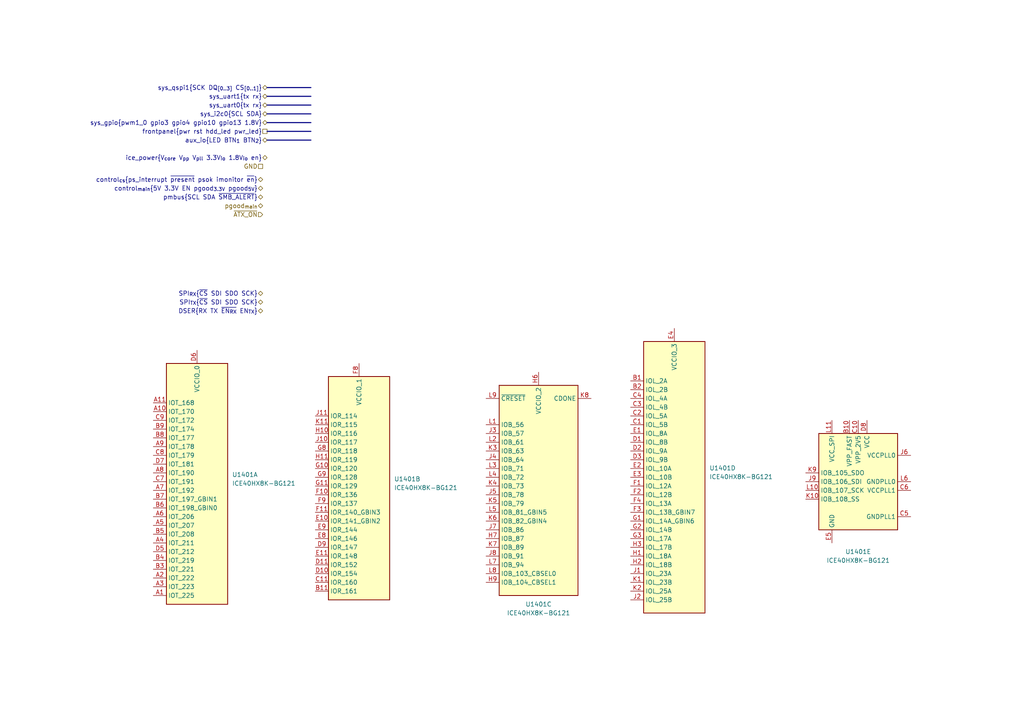
<source format=kicad_sch>
(kicad_sch (version 20210406) (generator eeschema)
  (paper "A4")
  (lib_symbols
    (symbol "proj_sym:ICE40HX8K-BG121"
      (property "Reference" "U" (at 2.54 44.45 0))
      (property "Value" "ICE40HX8K-BG121" (at 10.16 41.91 0))
      (symbol "ICE40HX8K-BG121_1_1"
        (rectangle (start -8.89 31.75) (end 8.89 -38.1) (stroke (width 0.254)) (fill (type background)))
        (pin bidirectional line (at -12.7 -35.56 0) (length 3.81) (name "IOT_225") (number "A1"))
        (pin bidirectional line (at -12.7 17.78 0) (length 3.81) (name "IOT_170") (number "A10"))
        (pin bidirectional line (at -12.7 20.32 0) (length 3.81) (name "IOT_168") (number "A11"))
        (pin bidirectional line (at -12.7 -30.48 0) (length 3.81) (name "IOT_222") (number "A2"))
        (pin bidirectional line (at -12.7 -33.02 0) (length 3.81) (name "IOT_223") (number "A3"))
        (pin bidirectional line (at -12.7 -20.32 0) (length 3.81) (name "IOT_211") (number "A4"))
        (pin bidirectional line (at -12.7 -15.24 0) (length 3.81) (name "IOT_207") (number "A5"))
        (pin bidirectional line (at -12.7 -12.7 0) (length 3.81) (name "IOT_206") (number "A6"))
        (pin bidirectional line (at -12.7 -5.08 0) (length 3.81) (name "IOT_192") (number "A7"))
        (pin bidirectional line (at -12.7 0 0) (length 3.81) (name "IOT_190") (number "A8"))
        (pin bidirectional line (at -12.7 7.62 0) (length 3.81) (name "IOT_178") (number "A9"))
        (pin bidirectional line (at -12.7 -27.94 0) (length 3.81) (name "IOT_221") (number "B3"))
        (pin bidirectional line (at -12.7 -25.4 0) (length 3.81) (name "IOT_219") (number "B4"))
        (pin bidirectional line (at -12.7 -17.78 0) (length 3.81) (name "IOT_208") (number "B5"))
        (pin bidirectional line (at -12.7 -10.16 0) (length 3.81) (name "IOT_198_GBIN0") (number "B6"))
        (pin bidirectional line (at -12.7 -7.62 0) (length 3.81) (name "IOT_197_GBIN1") (number "B7"))
        (pin bidirectional line (at -12.7 10.16 0) (length 3.81) (name "IOT_177") (number "B8"))
        (pin bidirectional line (at -12.7 12.7 0) (length 3.81) (name "IOT_174") (number "B9"))
        (pin bidirectional line (at -12.7 -2.54 0) (length 3.81) (name "IOT_191") (number "C7"))
        (pin bidirectional line (at -12.7 5.08 0) (length 3.81) (name "IOT_179") (number "C8"))
        (pin bidirectional line (at -12.7 15.24 0) (length 3.81) (name "IOT_172") (number "C9"))
        (pin bidirectional line (at -12.7 -22.86 0) (length 3.81) (name "IOT_212") (number "D5"))
        (pin power_in line (at 0 35.56 270) (length 3.81) (name "VCCIO_0") (number "D6"))
        (pin bidirectional line (at -12.7 2.54 0) (length 3.81) (name "IOT_181") (number "D7"))
      )
      (symbol "ICE40HX8K-BG121_2_1"
        (rectangle (start -8.89 31.75) (end 8.89 -33.02) (stroke (width 0.254)) (fill (type background)))
        (pin bidirectional line (at -12.7 -30.48 0) (length 3.81) (name "IOR_161") (number "B11"))
        (pin bidirectional line (at -12.7 -27.94 0) (length 3.81) (name "IOR_160") (number "C11"))
        (pin bidirectional line (at -12.7 -25.4 0) (length 3.81) (name "IOR_154") (number "D10"))
        (pin bidirectional line (at -12.7 -22.86 0) (length 3.81) (name "IOR_152") (number "D11"))
        (pin bidirectional line (at -12.7 -17.78 0) (length 3.81) (name "IOR_147") (number "D9"))
        (pin bidirectional line (at -12.7 -10.16 0) (length 3.81) (name "IOR_141_GBIN2") (number "E10"))
        (pin bidirectional line (at -12.7 -20.32 0) (length 3.81) (name "IOR_148") (number "E11"))
        (pin bidirectional line (at -12.7 -15.24 0) (length 3.81) (name "IOR_146") (number "E8"))
        (pin bidirectional line (at -12.7 -12.7 0) (length 3.81) (name "IOR_144") (number "E9"))
        (pin bidirectional line (at -12.7 -2.54 0) (length 3.81) (name "IOR_136") (number "F10"))
        (pin bidirectional line (at -12.7 -7.62 0) (length 3.81) (name "IOR_140_GBIN3") (number "F11"))
        (pin power_in line (at 0 35.56 270) (length 3.81) (name "VCCIO_1") (number "F8"))
        (pin bidirectional line (at -12.7 -5.08 0) (length 3.81) (name "IOR_137") (number "F9"))
        (pin bidirectional line (at -12.7 5.08 0) (length 3.81) (name "IOR_120") (number "G10"))
        (pin bidirectional line (at -12.7 0 0) (length 3.81) (name "IOR_129") (number "G11"))
        (pin bidirectional line (at -12.7 10.16 0) (length 3.81) (name "IOR_118") (number "G8"))
        (pin bidirectional line (at -12.7 2.54 0) (length 3.81) (name "IOR_128") (number "G9"))
        (pin bidirectional line (at -12.7 15.24 0) (length 3.81) (name "IOR_116") (number "H10"))
        (pin bidirectional line (at -12.7 7.62 0) (length 3.81) (name "IOR_119") (number "H11"))
        (pin bidirectional line (at -12.7 12.7 0) (length 3.81) (name "IOR_117") (number "J10"))
        (pin bidirectional line (at -12.7 20.32 0) (length 3.81) (name "IOR_114") (number "J11"))
        (pin bidirectional line (at -12.7 17.78 0) (length 3.81) (name "IOR_115") (number "K11"))
      )
      (symbol "ICE40HX8K-BG121_3_1"
        (rectangle (start -11.43 29.21) (end 11.43 -31.75) (stroke (width 0.254)) (fill (type background)))
        (pin power_in line (at 0 33.02 270) (length 3.81) (name "VCCIO_2") (number "H6"))
        (pin bidirectional line (at -15.24 -15.24 0) (length 3.81) (name "IOB_87") (number "H7"))
        (pin bidirectional line (at -15.24 -27.94 0) (length 3.81) (name "IOB_104_CBSEL1") (number "H9"))
        (pin bidirectional line (at -15.24 15.24 0) (length 3.81) (name "IOB_57") (number "J3"))
        (pin bidirectional line (at -15.24 7.62 0) (length 3.81) (name "IOB_64") (number "J4"))
        (pin bidirectional line (at -15.24 -2.54 0) (length 3.81) (name "IOB_78") (number "J5"))
        (pin bidirectional line (at -15.24 -12.7 0) (length 3.81) (name "IOB_86") (number "J7"))
        (pin bidirectional line (at -15.24 -20.32 0) (length 3.81) (name "IOB_91") (number "J8"))
        (pin bidirectional line (at -15.24 10.16 0) (length 3.81) (name "IOB_63") (number "K3"))
        (pin bidirectional line (at -15.24 0 0) (length 3.81) (name "IOB_73") (number "K4"))
        (pin bidirectional line (at -15.24 -5.08 0) (length 3.81) (name "IOB_79") (number "K5"))
        (pin bidirectional line (at -15.24 -10.16 0) (length 3.81) (name "IOB_82_GBIN4") (number "K6"))
        (pin bidirectional line (at -15.24 -17.78 0) (length 3.81) (name "IOB_89") (number "K7"))
        (pin open_collector line (at 15.24 25.4 180) (length 3.81) (name "CDONE") (number "K8"))
        (pin bidirectional line (at -15.24 17.78 0) (length 3.81) (name "IOB_56") (number "L1"))
        (pin bidirectional line (at -15.24 12.7 0) (length 3.81) (name "IOB_61") (number "L2"))
        (pin bidirectional line (at -15.24 5.08 0) (length 3.81) (name "IOB_71") (number "L3"))
        (pin bidirectional line (at -15.24 2.54 0) (length 3.81) (name "IOB_72") (number "L4"))
        (pin bidirectional line (at -15.24 -7.62 0) (length 3.81) (name "IOB_81_GBIN5") (number "L5"))
        (pin bidirectional line (at -15.24 -22.86 0) (length 3.81) (name "IOB_94") (number "L7"))
        (pin bidirectional line (at -15.24 -25.4 0) (length 3.81) (name "IOB_103_CBSEL0") (number "L8"))
        (pin input line (at -15.24 25.4 0) (length 3.81) (name "~CRESET") (number "L9"))
      )
      (symbol "ICE40HX8K-BG121_4_1"
        (rectangle (start -8.89 39.37) (end 8.89 -39.37) (stroke (width 0.254)) (fill (type background)))
        (pin bidirectional line (at -12.7 27.94 0) (length 3.81) (name "IOL_2A") (number "B1"))
        (pin bidirectional line (at -12.7 25.4 0) (length 3.81) (name "IOL_2B") (number "B2"))
        (pin bidirectional line (at -12.7 15.24 0) (length 3.81) (name "IOL_5B") (number "C1"))
        (pin bidirectional line (at -12.7 17.78 0) (length 3.81) (name "IOL_5A") (number "C2"))
        (pin bidirectional line (at -12.7 20.32 0) (length 3.81) (name "IOL_4B") (number "C3"))
        (pin bidirectional line (at -12.7 22.86 0) (length 3.81) (name "IOL_4A") (number "C4"))
        (pin bidirectional line (at -12.7 10.16 0) (length 3.81) (name "IOL_8B") (number "D1"))
        (pin bidirectional line (at -12.7 7.62 0) (length 3.81) (name "IOL_9A") (number "D2"))
        (pin bidirectional line (at -12.7 5.08 0) (length 3.81) (name "IOL_9B") (number "D3"))
        (pin bidirectional line (at -12.7 12.7 0) (length 3.81) (name "IOL_8A") (number "E1"))
        (pin bidirectional line (at -12.7 2.54 0) (length 3.81) (name "IOL_10A") (number "E2"))
        (pin bidirectional line (at -12.7 0 0) (length 3.81) (name "IOL_10B") (number "E3"))
        (pin power_in line (at 0 43.18 270) (length 3.81) (name "VCCIO_3") (number "E4"))
        (pin bidirectional line (at -12.7 -2.54 0) (length 3.81) (name "IOL_12A") (number "F1"))
        (pin bidirectional line (at -12.7 -5.08 0) (length 3.81) (name "IOL_12B") (number "F2"))
        (pin bidirectional line (at -12.7 -10.16 0) (length 3.81) (name "IOL_13B_GBIN7") (number "F3"))
        (pin bidirectional line (at -12.7 -7.62 0) (length 3.81) (name "IOL_13A") (number "F4"))
        (pin bidirectional line (at -12.7 -12.7 0) (length 3.81) (name "IOL_14A_GBIN6") (number "G1"))
        (pin bidirectional line (at -12.7 -15.24 0) (length 3.81) (name "IOL_14B") (number "G2"))
        (pin bidirectional line (at -12.7 -17.78 0) (length 3.81) (name "IOL_17A") (number "G3"))
        (pin passive line (at 0 43.18 270) (length 3.81) hide (name "VCCIO_3") (number "G4"))
        (pin bidirectional line (at -12.7 -22.86 0) (length 3.81) (name "IOL_18A") (number "H1"))
        (pin bidirectional line (at -12.7 -25.4 0) (length 3.81) (name "IOL_18B") (number "H2"))
        (pin bidirectional line (at -12.7 -20.32 0) (length 3.81) (name "IOL_17B") (number "H3"))
        (pin bidirectional line (at -12.7 -27.94 0) (length 3.81) (name "IOL_23A") (number "J1"))
        (pin bidirectional line (at -12.7 -35.56 0) (length 3.81) (name "IOL_25B") (number "J2"))
        (pin bidirectional line (at -12.7 -30.48 0) (length 3.81) (name "IOL_23B") (number "K1"))
        (pin bidirectional line (at -12.7 -33.02 0) (length 3.81) (name "IOL_25A") (number "K2"))
      )
      (symbol "ICE40HX8K-BG121_5_1"
        (rectangle (start -11.43 13.97) (end 11.43 -13.97) (stroke (width 0.254)) (fill (type background)))
        (pin power_in line (at -2.54 17.78 270) (length 3.81) (name "VPP_FAST") (number "B10"))
        (pin power_in line (at 0 17.78 270) (length 3.81) (name "VPP_2V5") (number "C10"))
        (pin power_in line (at 15.24 -10.16 180) (length 3.81) (name "GNDPLL1") (number "C5"))
        (pin power_in line (at 15.24 -2.54 180) (length 3.81) (name "VCCPLL1") (number "C6"))
        (pin passive line (at 2.54 17.78 270) (length 3.81) hide (name "VCC") (number "D4"))
        (pin power_in line (at 2.54 17.78 270) (length 3.81) (name "VCC") (number "D8"))
        (pin power_in line (at -7.62 -17.78 90) (length 3.81) (name "GND") (number "E5"))
        (pin passive line (at -7.62 -17.78 90) (length 3.81) hide (name "GND") (number "E6"))
        (pin passive line (at -7.62 -17.78 90) (length 3.81) hide (name "GND") (number "E7"))
        (pin passive line (at -7.62 -17.78 90) (length 3.81) hide (name "GND") (number "F5"))
        (pin passive line (at -7.62 -17.78 90) (length 3.81) hide (name "GND") (number "F6"))
        (pin passive line (at -7.62 -17.78 90) (length 3.81) hide (name "GND") (number "F7"))
        (pin passive line (at -7.62 -17.78 90) (length 3.81) hide (name "GND") (number "G5"))
        (pin passive line (at -7.62 -17.78 90) (length 3.81) hide (name "GND") (number "G6"))
        (pin passive line (at -7.62 -17.78 90) (length 3.81) hide (name "GND") (number "G7"))
        (pin passive line (at 2.54 17.78 270) (length 3.81) hide (name "VCC") (number "H4"))
        (pin passive line (at -7.62 -17.78 90) (length 3.81) hide (name "GND") (number "H5"))
        (pin passive line (at 2.54 17.78 270) (length 3.81) hide (name "VCC") (number "H8"))
        (pin power_in line (at 15.24 7.62 180) (length 3.81) (name "VCCPLL0") (number "J6"))
        (pin bidirectional line (at -15.24 0 0) (length 3.81) (name "IOB_106_SDI") (number "J9"))
        (pin bidirectional line (at -15.24 -5.08 0) (length 3.81) (name "IOB_108_SS") (number "K10"))
        (pin bidirectional line (at -15.24 2.54 0) (length 3.81) (name "IOB_105_SDO") (number "K9"))
        (pin bidirectional line (at -15.24 -2.54 0) (length 3.81) (name "IOB_107_SCK") (number "L10"))
        (pin power_in line (at -7.62 17.78 270) (length 3.81) (name "VCC_SPI") (number "L11"))
        (pin power_in line (at 15.24 0 180) (length 3.81) (name "GNDPLL0") (number "L6"))
      )
    )
  )
  (bus (pts (xy 77.47 25.4) (xy 90.17 25.4)))
  (bus (pts (xy 77.47 27.94) (xy 90.17 27.94)))
  (bus (pts (xy 77.47 30.48) (xy 90.17 30.48)))
  (bus (pts (xy 77.47 33.02) (xy 90.17 33.02)))
  (bus (pts (xy 77.47 35.56) (xy 90.17 35.56)))
  (bus (pts (xy 77.47 38.1) (xy 90.17 38.1)))
  (bus (pts (xy 77.47 40.64) (xy 90.17 40.64)))
  (hierarchical_label "GND" (shape passive) (at 76.2 48.26 180))
  (hierarchical_label "control_{cs}{ps_interrupt ~present psok imonitor ~en}" (shape bidirectional) (at 76.2 52.07 0))
  (hierarchical_label "control_{main}{5V 3.3V EN pgood_{3.3V} pgood_{5V}}" (shape bidirectional) (at 76.2 54.61 0))
  (hierarchical_label "pmbus{SCL SDA ~SMB_ALERT}" (shape bidirectional) (at 76.2 57.15 180))
  (hierarchical_label "pgood_{main}" (shape bidirectional) (at 76.2 59.69 180))
  (hierarchical_label "~ATX_ON" (shape input) (at 76.2 62.23 180))
  (hierarchical_label "SPI_{RX}{~CS SDI SDO SCK}" (shape bidirectional) (at 76.2 85.09 180))
  (hierarchical_label "SPI_{TX}{~CS SDI SDO SCK}" (shape bidirectional) (at 76.2 87.63 180))
  (hierarchical_label "DSER{RX TX ~EN_{RX} EN_{TX}}" (shape bidirectional) (at 76.2 90.17 180))
  (hierarchical_label "sys_qspi1{SCK DQ_{[0..3]} CS_{[0..1]}}" (shape bidirectional) (at 77.47 25.4 180))
  (hierarchical_label "sys_uart1{tx rx}" (shape bidirectional) (at 77.47 27.94 180))
  (hierarchical_label "sys_uart0{tx rx}" (shape bidirectional) (at 77.47 30.48 180))
  (hierarchical_label "sys_i2c0{SCL SDA}" (shape bidirectional) (at 77.47 33.02 180))
  (hierarchical_label "sys_gpio{pwm1_0 gpio3 gpio4 gpio10 gpio13 1.8V}" (shape bidirectional) (at 77.47 35.56 180))
  (hierarchical_label "frontpanel{pwr rst hdd_led pwr_led}" (shape passive) (at 77.47 38.1 180))
  (hierarchical_label "aux_io{LED BTN_{1} BTN_{2}}" (shape bidirectional) (at 77.47 40.64 180))
  (hierarchical_label "ice_power{V_{core} V_{pp} V_{pll} 3.3V_{io} 1.8V_{io} en}" (shape bidirectional) (at 77.47 45.72 0))
  (symbol (lib_id "proj_sym:ICE40HX8K-BG121") (at 248.92 139.7 0) (unit 5)
    (property "Reference" "U1401" (at 248.92 160.02 0))
    (property "Value" "ICE40HX8K-BG121" (at 248.92 162.56 0))
    (property "Footprint" "Package_BGA:BGA-121_9.0x9.0mm_Layout11x11_P0.8mm_Ball0.4mm_Pad0.35mm_NSMD" (effects hide))
    (property "Datasheet" "${KIPRJMOD}/ice40/iCE40LPHXFamilyDataSheet.pdf" (effects hide))
  )
  (symbol (lib_id "proj_sym:ICE40HX8K-BG121") (at 104.14 140.97 0) (unit 2)
    (property "Reference" "U1401" (at 114.3 138.9379 0) (effects (justify left)))
    (property "Value" "ICE40HX8K-BG121" (at 114.3 141.4779 0) (effects (justify left)))
    (property "Footprint" "Package_BGA:BGA-121_9.0x9.0mm_Layout11x11_P0.8mm_Ball0.4mm_Pad0.35mm_NSMD" (effects hide))
    (property "Datasheet" "${KIPRJMOD}/ice40/iCE40LPHXFamilyDataSheet.pdf" (effects hide))
  )
  (symbol (lib_id "proj_sym:ICE40HX8K-BG121") (at 57.15 137.16 0) (unit 1)
    (property "Reference" "U1401" (at 67.31 137.6679 0) (effects (justify left)))
    (property "Value" "ICE40HX8K-BG121" (at 67.31 140.2079 0) (effects (justify left)))
    (property "Footprint" "Package_BGA:BGA-121_9.0x9.0mm_Layout11x11_P0.8mm_Ball0.4mm_Pad0.35mm_NSMD" (effects hide))
    (property "Datasheet" "${KIPRJMOD}/ice40/iCE40LPHXFamilyDataSheet.pdf" (effects hide))
  )
  (symbol (lib_id "proj_sym:ICE40HX8K-BG121") (at 195.58 138.43 0) (unit 4)
    (property "Reference" "U1401" (at 205.74 135.7629 0) (effects (justify left)))
    (property "Value" "ICE40HX8K-BG121" (at 205.74 138.3029 0) (effects (justify left)))
    (property "Footprint" "Package_BGA:BGA-121_9.0x9.0mm_Layout11x11_P0.8mm_Ball0.4mm_Pad0.35mm_NSMD" (effects hide))
    (property "Datasheet" "${KIPRJMOD}/ice40/iCE40LPHXFamilyDataSheet.pdf" (effects hide))
  )
  (symbol (lib_id "proj_sym:ICE40HX8K-BG121") (at 156.21 140.97 0) (unit 3)
    (property "Reference" "U1401" (at 156.21 175.26 0))
    (property "Value" "ICE40HX8K-BG121" (at 156.21 177.8 0))
    (property "Footprint" "Package_BGA:BGA-121_9.0x9.0mm_Layout11x11_P0.8mm_Ball0.4mm_Pad0.35mm_NSMD" (effects hide))
    (property "Datasheet" "${KIPRJMOD}/ice40/iCE40LPHXFamilyDataSheet.pdf" (effects hide))
  )
)
</source>
